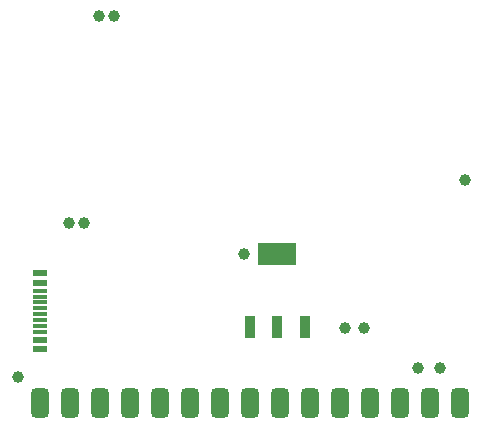
<source format=gbp>
G04*
G04 #@! TF.GenerationSoftware,Altium Limited,Altium Designer,23.0.1 (38)*
G04*
G04 Layer_Color=128*
%FSTAX43Y43*%
%MOMM*%
G71*
G04*
G04 #@! TF.SameCoordinates,B778C3FE-ACB6-4B2B-825A-9079CAA5F4FE*
G04*
G04*
G04 #@! TF.FilePolarity,Positive*
G04*
G01*
G75*
G04:AMPARAMS|DCode=27|XSize=1.5mm|YSize=2.5mm|CornerRadius=0.375mm|HoleSize=0mm|Usage=FLASHONLY|Rotation=180.000|XOffset=0mm|YOffset=0mm|HoleType=Round|Shape=RoundedRectangle|*
%AMROUNDEDRECTD27*
21,1,1.500,1.750,0,0,180.0*
21,1,0.750,2.500,0,0,180.0*
1,1,0.750,-0.375,0.875*
1,1,0.750,0.375,0.875*
1,1,0.750,0.375,-0.875*
1,1,0.750,-0.375,-0.875*
%
%ADD27ROUNDEDRECTD27*%
%ADD41R,1.150X0.590*%
%ADD42R,1.150X0.298*%
%ADD43C,1.000*%
%ADD44R,0.900X1.860*%
%ADD45R,3.190X1.860*%
D27*
X0036474Y-0001397D02*
D03*
X0016154D02*
D03*
X0018694D02*
D03*
X0021234D02*
D03*
X0023774D02*
D03*
X0026314D02*
D03*
X0028854D02*
D03*
X0031394D02*
D03*
X0033934D02*
D03*
X0013614D02*
D03*
X0000914D02*
D03*
X0011074D02*
D03*
X0008534D02*
D03*
X0005994D02*
D03*
X0003454D02*
D03*
D41*
X000091Y0003201D02*
D03*
Y0009601D02*
D03*
Y0008801D02*
D03*
Y0004001D02*
D03*
D42*
Y0004651D02*
D03*
Y0008151D02*
D03*
Y0007651D02*
D03*
Y0005151D02*
D03*
Y0005651D02*
D03*
Y0007151D02*
D03*
Y0006651D02*
D03*
Y0006151D02*
D03*
D43*
X0004597Y0013866D02*
D03*
X0036877Y0017476D02*
D03*
X0005867Y0031366D02*
D03*
X0007137D02*
D03*
X0003327Y0013866D02*
D03*
X0026758Y0004978D02*
D03*
X0028348D02*
D03*
X0032904Y00016D02*
D03*
X0034773D02*
D03*
X-0001009Y0000838D02*
D03*
X0018187Y0011241D02*
D03*
D44*
X0023294Y0005105D02*
D03*
X0020994D02*
D03*
X0018694D02*
D03*
D45*
X0020994Y0011255D02*
D03*
M02*

</source>
